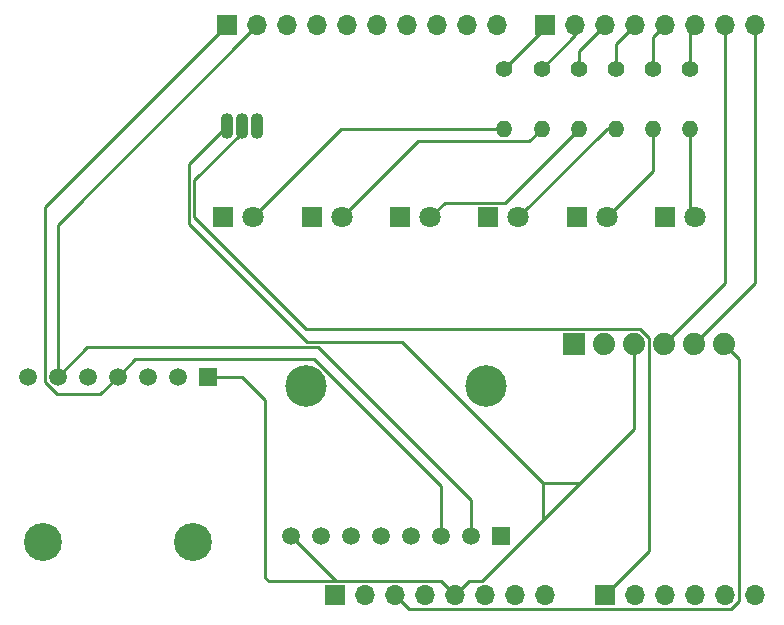
<source format=gbr>
%TF.GenerationSoftware,KiCad,Pcbnew,8.0.8*%
%TF.CreationDate,2025-03-12T20:49:11-06:00*%
%TF.ProjectId,ArduinoUnoSheildFinalProject,41726475-696e-46f5-956e-6f536865696c,rev?*%
%TF.SameCoordinates,Original*%
%TF.FileFunction,Copper,L1,Top*%
%TF.FilePolarity,Positive*%
%FSLAX46Y46*%
G04 Gerber Fmt 4.6, Leading zero omitted, Abs format (unit mm)*
G04 Created by KiCad (PCBNEW 8.0.8) date 2025-03-12 20:49:11*
%MOMM*%
%LPD*%
G01*
G04 APERTURE LIST*
%TA.AperFunction,ComponentPad*%
%ADD10R,1.700000X1.700000*%
%TD*%
%TA.AperFunction,ComponentPad*%
%ADD11O,1.700000X1.700000*%
%TD*%
%TA.AperFunction,ComponentPad*%
%ADD12C,1.400000*%
%TD*%
%TA.AperFunction,ComponentPad*%
%ADD13O,1.400000X1.400000*%
%TD*%
%TA.AperFunction,ComponentPad*%
%ADD14R,1.508000X1.508000*%
%TD*%
%TA.AperFunction,ComponentPad*%
%ADD15C,1.508000*%
%TD*%
%TA.AperFunction,ComponentPad*%
%ADD16C,3.216000*%
%TD*%
%TA.AperFunction,ComponentPad*%
%ADD17R,1.800000X1.800000*%
%TD*%
%TA.AperFunction,ComponentPad*%
%ADD18C,1.800000*%
%TD*%
%TA.AperFunction,ComponentPad*%
%ADD19R,1.879600X1.879600*%
%TD*%
%TA.AperFunction,ComponentPad*%
%ADD20C,1.879600*%
%TD*%
%TA.AperFunction,ComponentPad*%
%ADD21C,3.516000*%
%TD*%
%TA.AperFunction,ComponentPad*%
%ADD22O,1.100000X2.200000*%
%TD*%
%TA.AperFunction,Conductor*%
%ADD23C,0.250000*%
%TD*%
G04 APERTURE END LIST*
D10*
%TO.P,J1,1,Pin_1*%
%TO.N,unconnected-(J1-Pin_1-Pad1)*%
X127940000Y-97460000D03*
D11*
%TO.P,J1,2,Pin_2*%
%TO.N,/IOREF*%
X130480000Y-97460000D03*
%TO.P,J1,3,Pin_3*%
%TO.N,/RESET*%
X133020000Y-97460000D03*
%TO.P,J1,4,Pin_4*%
%TO.N,+3V3*%
X135560000Y-97460000D03*
%TO.P,J1,5,Pin_5*%
%TO.N,+5V*%
X138100000Y-97460000D03*
%TO.P,J1,6,Pin_6*%
%TO.N,GND*%
X140640000Y-97460000D03*
%TO.P,J1,7,Pin_7*%
X143180000Y-97460000D03*
%TO.P,J1,8,Pin_8*%
%TO.N,VCC*%
X145720000Y-97460000D03*
%TD*%
D10*
%TO.P,J3,1,Pin_1*%
%TO.N,/External_Temp*%
X150800000Y-97460000D03*
D11*
%TO.P,J3,2,Pin_2*%
%TO.N,/A1*%
X153340000Y-97460000D03*
%TO.P,J3,3,Pin_3*%
%TO.N,/A2*%
X155880000Y-97460000D03*
%TO.P,J3,4,Pin_4*%
%TO.N,/A3*%
X158420000Y-97460000D03*
%TO.P,J3,5,Pin_5*%
%TO.N,unconnected-(J3-Pin_5-Pad5)*%
X160960000Y-97460000D03*
%TO.P,J3,6,Pin_6*%
%TO.N,unconnected-(J3-Pin_6-Pad6)*%
X163500000Y-97460000D03*
%TD*%
D10*
%TO.P,J2,1,Pin_1*%
%TO.N,/SCL{slash}A5*%
X118796000Y-49200000D03*
D11*
%TO.P,J2,2,Pin_2*%
%TO.N,/SDA{slash}A4*%
X121336000Y-49200000D03*
%TO.P,J2,3,Pin_3*%
%TO.N,/AREF*%
X123876000Y-49200000D03*
%TO.P,J2,4,Pin_4*%
%TO.N,GND*%
X126416000Y-49200000D03*
%TO.P,J2,5,Pin_5*%
%TO.N,/13*%
X128956000Y-49200000D03*
%TO.P,J2,6,Pin_6*%
%TO.N,/12*%
X131496000Y-49200000D03*
%TO.P,J2,7,Pin_7*%
%TO.N,/\u002A11*%
X134036000Y-49200000D03*
%TO.P,J2,8,Pin_8*%
%TO.N,/\u002A10*%
X136576000Y-49200000D03*
%TO.P,J2,9,Pin_9*%
%TO.N,/\u002A9*%
X139116000Y-49200000D03*
%TO.P,J2,10,Pin_10*%
%TO.N,/8*%
X141656000Y-49200000D03*
%TD*%
D10*
%TO.P,J4,1,Pin_1*%
%TO.N,/LED6*%
X145720000Y-49200000D03*
D11*
%TO.P,J4,2,Pin_2*%
%TO.N,/LED5*%
X148260000Y-49200000D03*
%TO.P,J4,3,Pin_3*%
%TO.N,/LED4*%
X150800000Y-49200000D03*
%TO.P,J4,4,Pin_4*%
%TO.N,/LED3*%
X153340000Y-49200000D03*
%TO.P,J4,5,Pin_5*%
%TO.N,/LED2*%
X155880000Y-49200000D03*
%TO.P,J4,6,Pin_6*%
%TO.N,/LED1*%
X158420000Y-49200000D03*
%TO.P,J4,7,Pin_7*%
%TO.N,/TX{slash}1*%
X160960000Y-49200000D03*
%TO.P,J4,8,Pin_8*%
%TO.N,/RX{slash}0*%
X163500000Y-49200000D03*
%TD*%
D12*
%TO.P,R3,1*%
%TO.N,/LED3*%
X151700000Y-52960000D03*
D13*
%TO.P,R3,2*%
%TO.N,Net-(D3-A)*%
X151700000Y-58040000D03*
%TD*%
D12*
%TO.P,R2,1*%
%TO.N,/LED2*%
X154850000Y-52960000D03*
D13*
%TO.P,R2,2*%
%TO.N,Net-(D2-A)*%
X154850000Y-58040000D03*
%TD*%
D14*
%TO.P,U3,1,VIN*%
%TO.N,+5V*%
X117120000Y-79000000D03*
D15*
%TO.P,U3,2,3VO*%
%TO.N,unconnected-(U3-3VO-Pad2)*%
X114580000Y-79000000D03*
%TO.P,U3,3,GND*%
%TO.N,GND*%
X112040000Y-79000000D03*
%TO.P,U3,4,SCK*%
%TO.N,/SCL{slash}A5*%
X109500000Y-79000000D03*
%TO.P,U3,5,SDO*%
%TO.N,unconnected-(U3-SDO-Pad5)*%
X106960000Y-79000000D03*
%TO.P,U3,6,SDI*%
%TO.N,/SDA{slash}A4*%
X104420000Y-79000000D03*
%TO.P,U3,7,CS*%
%TO.N,unconnected-(U3-CS-Pad7)*%
X101880000Y-79000000D03*
D16*
%TO.P,U3,P1*%
%TO.N,N/C*%
X115850000Y-92970000D03*
%TO.P,U3,P2*%
X103150000Y-92970000D03*
%TD*%
D17*
%TO.P,D1,1,K*%
%TO.N,GND*%
X155840000Y-65500000D03*
D18*
%TO.P,D1,2,A*%
%TO.N,Net-(D1-A)*%
X158380000Y-65500000D03*
%TD*%
D17*
%TO.P,D6,1,K*%
%TO.N,GND*%
X118450000Y-65500000D03*
D18*
%TO.P,D6,2,A*%
%TO.N,Net-(D6-A)*%
X120990000Y-65500000D03*
%TD*%
D17*
%TO.P,D2,1,K*%
%TO.N,GND*%
X148370000Y-65500000D03*
D18*
%TO.P,D2,2,A*%
%TO.N,Net-(D2-A)*%
X150910000Y-65500000D03*
%TD*%
D19*
%TO.P,U1,1,BLK*%
%TO.N,GND*%
X148150000Y-76245000D03*
D20*
%TO.P,U1,2,GND*%
X150690000Y-76245000D03*
%TO.P,U1,3,VCC*%
%TO.N,+5V*%
X153230000Y-76245000D03*
%TO.P,U1,4,TXO*%
%TO.N,/TX{slash}1*%
X155770000Y-76245000D03*
%TO.P,U1,5,RXI*%
%TO.N,/RX{slash}0*%
X158310000Y-76245000D03*
%TO.P,U1,6,GRN*%
%TO.N,/RESET*%
X160850000Y-76245000D03*
%TD*%
D12*
%TO.P,R4,1*%
%TO.N,/LED4*%
X148550000Y-52960000D03*
D13*
%TO.P,R4,2*%
%TO.N,Net-(D4-A)*%
X148550000Y-58040000D03*
%TD*%
D17*
%TO.P,D5,1,K*%
%TO.N,GND*%
X125960000Y-65500000D03*
D18*
%TO.P,D5,2,A*%
%TO.N,Net-(D5-A)*%
X128500000Y-65500000D03*
%TD*%
D12*
%TO.P,R1,1*%
%TO.N,/LED1*%
X158000000Y-52960000D03*
D13*
%TO.P,R1,2*%
%TO.N,Net-(D1-A)*%
X158000000Y-58040000D03*
%TD*%
D12*
%TO.P,R5,1*%
%TO.N,/LED5*%
X145400000Y-52960000D03*
D13*
%TO.P,R5,2*%
%TO.N,Net-(D5-A)*%
X145400000Y-58040000D03*
%TD*%
D12*
%TO.P,R6,1*%
%TO.N,/LED6*%
X142250000Y-52960000D03*
D13*
%TO.P,R6,2*%
%TO.N,Net-(D6-A)*%
X142250000Y-58040000D03*
%TD*%
D14*
%TO.P,U4,1,A*%
%TO.N,unconnected-(U4-A-Pad1)*%
X142000000Y-92500000D03*
D15*
%TO.P,U4,2,SDA*%
%TO.N,/SDA{slash}A4*%
X139460000Y-92500000D03*
%TO.P,U4,3,SCL*%
%TO.N,/SCL{slash}A5*%
X136920000Y-92500000D03*
%TO.P,U4,4,I1*%
%TO.N,unconnected-(U4-I1-Pad4)*%
X134380000Y-92500000D03*
%TO.P,U4,5,I2*%
%TO.N,unconnected-(U4-I2-Pad5)*%
X131840000Y-92500000D03*
%TO.P,U4,6,3VO*%
%TO.N,unconnected-(U4-3VO-Pad6)*%
X129300000Y-92500000D03*
%TO.P,U4,7,GND*%
%TO.N,GND*%
X126760000Y-92500000D03*
%TO.P,U4,8,VIN*%
%TO.N,+5V*%
X124220000Y-92500000D03*
D21*
%TO.P,U4,P1*%
%TO.N,N/C*%
X125490000Y-79800000D03*
%TO.P,U4,P2*%
X140730000Y-79800000D03*
%TD*%
D22*
%TO.P,U2,1,+VS*%
%TO.N,+5V*%
X118730000Y-57780000D03*
%TO.P,U2,2,VOUT*%
%TO.N,/External_Temp*%
X120000000Y-57780000D03*
%TO.P,U2,3,GND*%
%TO.N,GND*%
X121270000Y-57780000D03*
%TD*%
D17*
%TO.P,D4,1,K*%
%TO.N,GND*%
X133430000Y-65500000D03*
D18*
%TO.P,D4,2,A*%
%TO.N,Net-(D4-A)*%
X135970000Y-65500000D03*
%TD*%
D17*
%TO.P,D3,1,K*%
%TO.N,GND*%
X140900000Y-65500000D03*
D18*
%TO.P,D3,2,A*%
%TO.N,Net-(D3-A)*%
X143440000Y-65500000D03*
%TD*%
D23*
%TO.N,+5V*%
X138100000Y-96880000D02*
X138100000Y-97460000D01*
X128005000Y-96285000D02*
X136925000Y-96285000D01*
X136925000Y-96285000D02*
X138100000Y-97460000D01*
X124220000Y-92500000D02*
X128005000Y-96285000D01*
X115550000Y-66050000D02*
X125550000Y-76050000D01*
X115550000Y-60960000D02*
X118730000Y-57780000D01*
X145500000Y-88000000D02*
X148658000Y-88000000D01*
X149829000Y-86829000D02*
X144829000Y-91829000D01*
X144829000Y-91829000D02*
X140373000Y-96285000D01*
X120000000Y-79000000D02*
X122000000Y-81000000D01*
X122285000Y-96285000D02*
X128005000Y-96285000D01*
X139275000Y-96285000D02*
X138100000Y-97460000D01*
X140373000Y-96285000D02*
X139275000Y-96285000D01*
X153230000Y-83428000D02*
X149829000Y-86829000D01*
X125550000Y-76050000D02*
X133550000Y-76050000D01*
X145500000Y-88000000D02*
X145500000Y-91158000D01*
X145500000Y-91158000D02*
X144829000Y-91829000D01*
X122000000Y-81000000D02*
X122000000Y-96000000D01*
X122000000Y-96000000D02*
X122285000Y-96285000D01*
X148658000Y-88000000D02*
X149829000Y-86829000D01*
X133550000Y-76050000D02*
X145500000Y-88000000D01*
X115550000Y-60960000D02*
X115550000Y-66050000D01*
X153230000Y-76245000D02*
X153230000Y-83428000D01*
X120000000Y-79000000D02*
X117120000Y-79000000D01*
%TO.N,/SDA{slash}A4*%
X139460000Y-92500000D02*
X139460000Y-89460000D01*
X126500000Y-76500000D02*
X106920000Y-76500000D01*
X139460000Y-89460000D02*
X126500000Y-76500000D01*
X104420000Y-79000000D02*
X104420000Y-66116000D01*
X106920000Y-76500000D02*
X104420000Y-79000000D01*
X104420000Y-66116000D02*
X121336000Y-49200000D01*
%TO.N,/SCL{slash}A5*%
X136920000Y-88284193D02*
X126135807Y-77500000D01*
X103341000Y-64655000D02*
X103341000Y-79446937D01*
X111000000Y-77500000D02*
X109500000Y-79000000D01*
X104394063Y-80500000D02*
X108000000Y-80500000D01*
X126135807Y-77500000D02*
X111000000Y-77500000D01*
X108000000Y-80500000D02*
X109500000Y-79000000D01*
X118796000Y-49200000D02*
X103341000Y-64655000D01*
X103341000Y-79446937D02*
X104394063Y-80500000D01*
X136920000Y-92500000D02*
X136920000Y-88284193D01*
%TO.N,/LED1*%
X158000000Y-49620000D02*
X158420000Y-49200000D01*
X158000000Y-52960000D02*
X158000000Y-49620000D01*
%TO.N,/LED6*%
X142250000Y-52960000D02*
X145720000Y-49490000D01*
X145720000Y-49490000D02*
X145720000Y-49200000D01*
%TO.N,/LED2*%
X154850000Y-50230000D02*
X155880000Y-49200000D01*
X154850000Y-52960000D02*
X154850000Y-50230000D01*
%TO.N,/LED5*%
X148260000Y-50100000D02*
X148260000Y-49200000D01*
X145400000Y-52960000D02*
X148260000Y-50100000D01*
%TO.N,/LED3*%
X151700000Y-50840000D02*
X153340000Y-49200000D01*
X151700000Y-52960000D02*
X151700000Y-50840000D01*
%TO.N,/TX{slash}1*%
X160960000Y-49200000D02*
X160960000Y-71055000D01*
X160960000Y-71055000D02*
X155770000Y-76245000D01*
%TO.N,/LED4*%
X148550000Y-51450000D02*
X150800000Y-49200000D01*
X148550000Y-52960000D02*
X148550000Y-51450000D01*
%TO.N,/RX{slash}0*%
X163500000Y-71055000D02*
X158310000Y-76245000D01*
X163500000Y-49200000D02*
X163500000Y-71055000D01*
%TO.N,/RESET*%
X133020000Y-97460000D02*
X134195000Y-98635000D01*
X162135000Y-97946701D02*
X162135000Y-77530000D01*
X161446701Y-98635000D02*
X162135000Y-97946701D01*
X162135000Y-77530000D02*
X160850000Y-76245000D01*
X134195000Y-98635000D02*
X161446701Y-98635000D01*
%TO.N,Net-(D1-A)*%
X158000000Y-58040000D02*
X158000000Y-65120000D01*
X158000000Y-65120000D02*
X158380000Y-65500000D01*
%TO.N,Net-(D2-A)*%
X154850000Y-61560000D02*
X150910000Y-65500000D01*
X154850000Y-58040000D02*
X154850000Y-61560000D01*
%TO.N,Net-(D3-A)*%
X143440000Y-65500000D02*
X150900000Y-58040000D01*
X150900000Y-58040000D02*
X151700000Y-58040000D01*
%TO.N,Net-(D4-A)*%
X137195000Y-64275000D02*
X135970000Y-65500000D01*
X148550000Y-58040000D02*
X142315000Y-64275000D01*
X142315000Y-64275000D02*
X137195000Y-64275000D01*
%TO.N,Net-(D5-A)*%
X145400000Y-58040000D02*
X144375000Y-59065000D01*
X134935000Y-59065000D02*
X128500000Y-65500000D01*
X144375000Y-59065000D02*
X134935000Y-59065000D01*
%TO.N,Net-(D6-A)*%
X142250000Y-58040000D02*
X128450000Y-58040000D01*
X128450000Y-58040000D02*
X120990000Y-65500000D01*
%TO.N,/External_Temp*%
X125480200Y-74980200D02*
X153753898Y-74980200D01*
X116000000Y-62330000D02*
X116000000Y-65500000D01*
X120000000Y-57780000D02*
X120000000Y-58330000D01*
X116000000Y-65500000D02*
X125480200Y-74980200D01*
X154494800Y-93765200D02*
X150800000Y-97460000D01*
X120000000Y-58330000D02*
X116000000Y-62330000D01*
X153753898Y-74980200D02*
X154494800Y-75721102D01*
X154494800Y-75721102D02*
X154494800Y-93765200D01*
%TD*%
M02*

</source>
